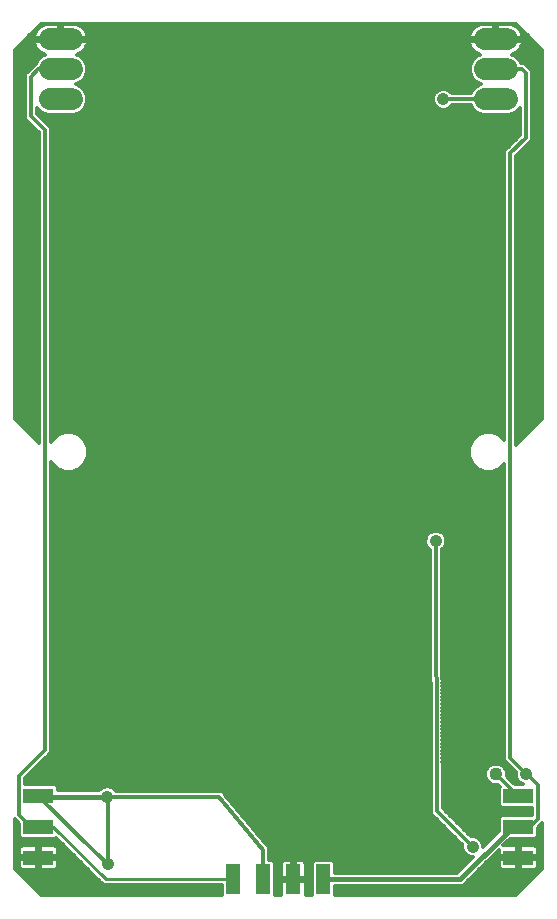
<source format=gbl>
G75*
%MOIN*%
%OFA0B0*%
%FSLAX25Y25*%
%IPPOS*%
%LPD*%
%AMOC8*
5,1,8,0,0,1.08239X$1,22.5*
%
%ADD10C,0.07400*%
%ADD11R,0.10000X0.05000*%
%ADD12R,0.05000X0.10000*%
%ADD13C,0.04165*%
%ADD14C,0.04362*%
%ADD15C,0.01200*%
%ADD16C,0.01600*%
%ADD17C,0.01000*%
D10*
X0030400Y0289100D02*
X0037800Y0289100D01*
X0037800Y0299100D02*
X0030400Y0299100D01*
X0030400Y0309100D02*
X0037800Y0309100D01*
X0175400Y0309100D02*
X0182800Y0309100D01*
X0182800Y0299100D02*
X0175400Y0299100D01*
X0175400Y0289100D02*
X0182800Y0289100D01*
D11*
X0186600Y0056850D03*
X0186600Y0046600D03*
X0186600Y0036350D03*
X0026600Y0036350D03*
X0026600Y0046600D03*
X0026600Y0056850D03*
D12*
X0091600Y0029100D03*
X0101600Y0029100D03*
X0111600Y0029100D03*
X0121600Y0029100D03*
D13*
X0144100Y0056600D03*
X0171295Y0040045D03*
X0171600Y0049100D03*
X0180350Y0029100D03*
X0189100Y0064100D03*
X0159050Y0141850D03*
X0157850Y0195350D03*
X0172850Y0196600D03*
X0161600Y0289100D03*
X0074100Y0277850D03*
X0069100Y0066600D03*
X0049602Y0056600D03*
X0049800Y0034400D03*
D14*
X0034100Y0030350D03*
X0179100Y0064100D03*
D15*
X0027511Y0023800D02*
X0018800Y0032511D01*
X0018800Y0049072D01*
X0020200Y0047672D01*
X0020200Y0043520D01*
X0021020Y0042700D01*
X0032180Y0042700D01*
X0032480Y0043000D01*
X0047166Y0028313D01*
X0048279Y0027200D01*
X0087700Y0027200D01*
X0087700Y0023800D01*
X0027511Y0023800D01*
X0027294Y0024017D02*
X0087700Y0024017D01*
X0087700Y0025215D02*
X0026096Y0025215D01*
X0024897Y0026414D02*
X0087700Y0026414D01*
X0100584Y0043193D02*
X0165318Y0043193D01*
X0164120Y0044392D02*
X0099585Y0044392D01*
X0098587Y0045590D02*
X0162921Y0045590D01*
X0161723Y0046789D02*
X0097588Y0046789D01*
X0096589Y0047987D02*
X0160524Y0047987D01*
X0159326Y0049186D02*
X0095590Y0049186D01*
X0094592Y0050384D02*
X0158127Y0050384D01*
X0157915Y0050596D02*
X0167812Y0040699D01*
X0167812Y0039352D01*
X0168342Y0038072D01*
X0169322Y0037092D01*
X0170602Y0036562D01*
X0171438Y0036562D01*
X0166176Y0031300D01*
X0125500Y0031300D01*
X0125500Y0034680D01*
X0124680Y0035500D01*
X0118520Y0035500D01*
X0117700Y0034680D01*
X0117700Y0023800D01*
X0115676Y0023800D01*
X0115700Y0023889D01*
X0115700Y0028500D01*
X0112200Y0028500D01*
X0112200Y0029700D01*
X0111000Y0029700D01*
X0111000Y0035700D01*
X0108889Y0035700D01*
X0108482Y0035591D01*
X0108118Y0035380D01*
X0107820Y0035082D01*
X0107609Y0034718D01*
X0107500Y0034311D01*
X0107500Y0029700D01*
X0111000Y0029700D01*
X0111000Y0028500D01*
X0107500Y0028500D01*
X0107500Y0023889D01*
X0107524Y0023800D01*
X0105500Y0023800D01*
X0105500Y0034680D01*
X0104680Y0035500D01*
X0103600Y0035500D01*
X0103600Y0038759D01*
X0103667Y0039494D01*
X0103600Y0039574D01*
X0103600Y0039678D01*
X0103078Y0040200D01*
X0088808Y0057324D01*
X0088808Y0057428D01*
X0088287Y0057950D01*
X0087814Y0058517D01*
X0087711Y0058526D01*
X0087637Y0058600D01*
X0086899Y0058600D01*
X0086164Y0058667D01*
X0086084Y0058600D01*
X0052527Y0058600D01*
X0051575Y0059552D01*
X0050295Y0060083D01*
X0048909Y0060083D01*
X0047629Y0059552D01*
X0046877Y0058800D01*
X0033000Y0058800D01*
X0033000Y0059930D01*
X0032180Y0060750D01*
X0022200Y0060750D01*
X0022200Y0062851D01*
X0029628Y0070280D01*
X0030800Y0071451D01*
X0030800Y0168356D01*
X0031005Y0167861D01*
X0032861Y0166005D01*
X0035287Y0165000D01*
X0037913Y0165000D01*
X0040339Y0166005D01*
X0042195Y0167861D01*
X0043200Y0170287D01*
X0043200Y0172913D01*
X0042195Y0175339D01*
X0040339Y0177195D01*
X0037913Y0178200D01*
X0035287Y0178200D01*
X0032861Y0177195D01*
X0031005Y0175339D01*
X0030800Y0174844D01*
X0030800Y0279590D01*
X0026100Y0284290D01*
X0026100Y0286188D01*
X0027511Y0284776D01*
X0029386Y0284000D01*
X0038814Y0284000D01*
X0040689Y0284776D01*
X0042124Y0286211D01*
X0042900Y0288086D01*
X0042900Y0290114D01*
X0042124Y0291989D01*
X0040689Y0293424D01*
X0039056Y0294100D01*
X0040689Y0294776D01*
X0042124Y0296211D01*
X0042900Y0298086D01*
X0042900Y0300114D01*
X0042124Y0301989D01*
X0040689Y0303424D01*
X0039279Y0304008D01*
X0039834Y0304188D01*
X0040578Y0304567D01*
X0041253Y0305057D01*
X0041843Y0305647D01*
X0042333Y0306322D01*
X0042712Y0307066D01*
X0042969Y0307859D01*
X0043087Y0308600D01*
X0034600Y0308600D01*
X0034600Y0309600D01*
X0033600Y0309600D01*
X0033600Y0314400D01*
X0029983Y0314400D01*
X0029159Y0314269D01*
X0028366Y0314012D01*
X0027622Y0313633D01*
X0026947Y0313143D01*
X0026357Y0312553D01*
X0025867Y0311878D01*
X0025488Y0311134D01*
X0025230Y0310341D01*
X0025113Y0309600D01*
X0033600Y0309600D01*
X0033600Y0308600D01*
X0025113Y0308600D01*
X0025230Y0307859D01*
X0025488Y0307066D01*
X0025867Y0306322D01*
X0026357Y0305647D01*
X0026947Y0305057D01*
X0027622Y0304567D01*
X0028366Y0304188D01*
X0028921Y0304008D01*
X0027511Y0303424D01*
X0026076Y0301989D01*
X0025663Y0300992D01*
X0022100Y0297428D01*
X0022100Y0282633D01*
X0026800Y0277933D01*
X0026800Y0174511D01*
X0018800Y0182511D01*
X0018800Y0305689D01*
X0027511Y0314400D01*
X0185689Y0314400D01*
X0194400Y0305689D01*
X0194400Y0182511D01*
X0185900Y0174011D01*
X0185900Y0270272D01*
X0189928Y0274300D01*
X0191100Y0275472D01*
X0191100Y0298678D01*
X0189928Y0299850D01*
X0189850Y0299928D01*
X0188678Y0301100D01*
X0187492Y0301100D01*
X0187124Y0301989D01*
X0185689Y0303424D01*
X0184279Y0304008D01*
X0184834Y0304188D01*
X0185578Y0304567D01*
X0186253Y0305057D01*
X0186843Y0305647D01*
X0187333Y0306322D01*
X0187712Y0307066D01*
X0187969Y0307859D01*
X0188087Y0308600D01*
X0179600Y0308600D01*
X0179600Y0309600D01*
X0178600Y0309600D01*
X0178600Y0314400D01*
X0174983Y0314400D01*
X0174159Y0314269D01*
X0173366Y0314012D01*
X0172622Y0313633D01*
X0171947Y0313143D01*
X0171357Y0312553D01*
X0170867Y0311878D01*
X0170488Y0311134D01*
X0170230Y0310341D01*
X0170113Y0309600D01*
X0178600Y0309600D01*
X0178600Y0308600D01*
X0170113Y0308600D01*
X0170230Y0307859D01*
X0170488Y0307066D01*
X0170867Y0306322D01*
X0171357Y0305647D01*
X0171947Y0305057D01*
X0172622Y0304567D01*
X0173366Y0304188D01*
X0173921Y0304008D01*
X0172511Y0303424D01*
X0171076Y0301989D01*
X0170300Y0300114D01*
X0170300Y0298086D01*
X0171076Y0296211D01*
X0172511Y0294776D01*
X0174144Y0294100D01*
X0172511Y0293424D01*
X0171076Y0291989D01*
X0170708Y0291100D01*
X0164525Y0291100D01*
X0163573Y0292052D01*
X0162293Y0292583D01*
X0160907Y0292583D01*
X0159627Y0292052D01*
X0158648Y0291073D01*
X0158117Y0289793D01*
X0158117Y0288407D01*
X0158648Y0287127D01*
X0159627Y0286148D01*
X0160907Y0285617D01*
X0162293Y0285617D01*
X0163573Y0286148D01*
X0164525Y0287100D01*
X0170708Y0287100D01*
X0171076Y0286211D01*
X0172511Y0284776D01*
X0174386Y0284000D01*
X0183814Y0284000D01*
X0185689Y0284776D01*
X0187100Y0286188D01*
X0187100Y0277128D01*
X0183072Y0273100D01*
X0181900Y0271928D01*
X0181900Y0175634D01*
X0180339Y0177195D01*
X0177913Y0178200D01*
X0175287Y0178200D01*
X0172861Y0177195D01*
X0171005Y0175339D01*
X0170000Y0172913D01*
X0170000Y0170287D01*
X0171005Y0167861D01*
X0172861Y0166005D01*
X0175287Y0165000D01*
X0177913Y0165000D01*
X0180339Y0166005D01*
X0181900Y0167566D01*
X0181900Y0068772D01*
X0185694Y0064978D01*
X0185617Y0064793D01*
X0185617Y0063407D01*
X0186148Y0062127D01*
X0187127Y0061148D01*
X0188087Y0060750D01*
X0185528Y0060750D01*
X0183600Y0062678D01*
X0182681Y0063597D01*
X0182681Y0064812D01*
X0182136Y0066129D01*
X0181129Y0067136D01*
X0179812Y0067681D01*
X0178388Y0067681D01*
X0177071Y0067136D01*
X0176064Y0066129D01*
X0175519Y0064812D01*
X0175519Y0063388D01*
X0176064Y0062071D01*
X0177071Y0061064D01*
X0178388Y0060519D01*
X0179812Y0060519D01*
X0179841Y0060531D01*
X0180321Y0060051D01*
X0180200Y0059930D01*
X0180200Y0053770D01*
X0181020Y0052950D01*
X0191000Y0052950D01*
X0191000Y0050500D01*
X0181020Y0050500D01*
X0180200Y0049680D01*
X0180200Y0045324D01*
X0174778Y0039902D01*
X0174778Y0040738D01*
X0174247Y0042018D01*
X0173268Y0042997D01*
X0171988Y0043528D01*
X0170641Y0043528D01*
X0161324Y0052844D01*
X0161059Y0138934D01*
X0162002Y0139877D01*
X0162533Y0141157D01*
X0162533Y0142543D01*
X0162002Y0143823D01*
X0161023Y0144802D01*
X0159743Y0145333D01*
X0158357Y0145333D01*
X0157077Y0144802D01*
X0156098Y0143823D01*
X0155567Y0142543D01*
X0155567Y0141157D01*
X0156098Y0139877D01*
X0157059Y0138916D01*
X0157327Y0052008D01*
X0157327Y0051184D01*
X0157330Y0051182D01*
X0157330Y0051178D01*
X0157915Y0050596D01*
X0157327Y0051583D02*
X0093593Y0051583D01*
X0092594Y0052781D02*
X0157325Y0052781D01*
X0157321Y0053980D02*
X0091595Y0053980D01*
X0090597Y0055178D02*
X0157317Y0055178D01*
X0157314Y0056377D02*
X0089598Y0056377D01*
X0088662Y0057575D02*
X0157310Y0057575D01*
X0157306Y0058774D02*
X0052353Y0058774D01*
X0050561Y0059972D02*
X0157302Y0059972D01*
X0157299Y0061171D02*
X0022200Y0061171D01*
X0022200Y0062369D02*
X0157295Y0062369D01*
X0157291Y0063568D02*
X0022916Y0063568D01*
X0024115Y0064766D02*
X0157288Y0064766D01*
X0157284Y0065965D02*
X0025313Y0065965D01*
X0026512Y0067163D02*
X0157280Y0067163D01*
X0157277Y0068362D02*
X0027710Y0068362D01*
X0028909Y0069560D02*
X0157273Y0069560D01*
X0157269Y0070759D02*
X0030107Y0070759D01*
X0030800Y0071957D02*
X0157266Y0071957D01*
X0157262Y0073156D02*
X0030800Y0073156D01*
X0030800Y0074354D02*
X0157258Y0074354D01*
X0157254Y0075553D02*
X0030800Y0075553D01*
X0030800Y0076751D02*
X0157251Y0076751D01*
X0157247Y0077950D02*
X0030800Y0077950D01*
X0030800Y0079148D02*
X0157243Y0079148D01*
X0157240Y0080347D02*
X0030800Y0080347D01*
X0030800Y0081545D02*
X0157236Y0081545D01*
X0157232Y0082744D02*
X0030800Y0082744D01*
X0030800Y0083942D02*
X0157229Y0083942D01*
X0157225Y0085141D02*
X0030800Y0085141D01*
X0030800Y0086339D02*
X0157221Y0086339D01*
X0157217Y0087538D02*
X0030800Y0087538D01*
X0030800Y0088737D02*
X0157214Y0088737D01*
X0157210Y0089935D02*
X0030800Y0089935D01*
X0030800Y0091134D02*
X0157206Y0091134D01*
X0157203Y0092332D02*
X0030800Y0092332D01*
X0030800Y0093531D02*
X0157199Y0093531D01*
X0157195Y0094729D02*
X0030800Y0094729D01*
X0030800Y0095928D02*
X0157192Y0095928D01*
X0157188Y0097126D02*
X0030800Y0097126D01*
X0030800Y0098325D02*
X0157184Y0098325D01*
X0157181Y0099523D02*
X0030800Y0099523D01*
X0030800Y0100722D02*
X0157177Y0100722D01*
X0157173Y0101920D02*
X0030800Y0101920D01*
X0030800Y0103119D02*
X0157169Y0103119D01*
X0157166Y0104317D02*
X0030800Y0104317D01*
X0030800Y0105516D02*
X0157162Y0105516D01*
X0157158Y0106714D02*
X0030800Y0106714D01*
X0030800Y0107913D02*
X0157155Y0107913D01*
X0157151Y0109111D02*
X0030800Y0109111D01*
X0030800Y0110310D02*
X0157147Y0110310D01*
X0157144Y0111508D02*
X0030800Y0111508D01*
X0030800Y0112707D02*
X0157140Y0112707D01*
X0157136Y0113905D02*
X0030800Y0113905D01*
X0030800Y0115104D02*
X0157132Y0115104D01*
X0157129Y0116302D02*
X0030800Y0116302D01*
X0030800Y0117501D02*
X0157125Y0117501D01*
X0157121Y0118699D02*
X0030800Y0118699D01*
X0030800Y0119898D02*
X0157118Y0119898D01*
X0157114Y0121096D02*
X0030800Y0121096D01*
X0030800Y0122295D02*
X0157110Y0122295D01*
X0157107Y0123493D02*
X0030800Y0123493D01*
X0030800Y0124692D02*
X0157103Y0124692D01*
X0157099Y0125890D02*
X0030800Y0125890D01*
X0030800Y0127089D02*
X0157096Y0127089D01*
X0157092Y0128287D02*
X0030800Y0128287D01*
X0030800Y0129486D02*
X0157088Y0129486D01*
X0157084Y0130684D02*
X0030800Y0130684D01*
X0030800Y0131883D02*
X0157081Y0131883D01*
X0157077Y0133081D02*
X0030800Y0133081D01*
X0030800Y0134280D02*
X0157073Y0134280D01*
X0157070Y0135478D02*
X0030800Y0135478D01*
X0030800Y0136677D02*
X0157066Y0136677D01*
X0157062Y0137875D02*
X0030800Y0137875D01*
X0030800Y0139074D02*
X0156901Y0139074D01*
X0155934Y0140272D02*
X0030800Y0140272D01*
X0030800Y0141471D02*
X0155567Y0141471D01*
X0155620Y0142670D02*
X0030800Y0142670D01*
X0030800Y0143868D02*
X0156143Y0143868D01*
X0157715Y0145067D02*
X0030800Y0145067D01*
X0030800Y0146265D02*
X0181900Y0146265D01*
X0181900Y0145067D02*
X0160385Y0145067D01*
X0161957Y0143868D02*
X0181900Y0143868D01*
X0181900Y0142670D02*
X0162480Y0142670D01*
X0162533Y0141471D02*
X0181900Y0141471D01*
X0181900Y0140272D02*
X0162166Y0140272D01*
X0161199Y0139074D02*
X0181900Y0139074D01*
X0181900Y0137875D02*
X0161062Y0137875D01*
X0161066Y0136677D02*
X0181900Y0136677D01*
X0181900Y0135478D02*
X0161070Y0135478D01*
X0161073Y0134280D02*
X0181900Y0134280D01*
X0181900Y0133081D02*
X0161077Y0133081D01*
X0161081Y0131883D02*
X0181900Y0131883D01*
X0181900Y0130684D02*
X0161084Y0130684D01*
X0161088Y0129486D02*
X0181900Y0129486D01*
X0181900Y0128287D02*
X0161092Y0128287D01*
X0161096Y0127089D02*
X0181900Y0127089D01*
X0181900Y0125890D02*
X0161099Y0125890D01*
X0161103Y0124692D02*
X0181900Y0124692D01*
X0181900Y0123493D02*
X0161107Y0123493D01*
X0161110Y0122295D02*
X0181900Y0122295D01*
X0181900Y0121096D02*
X0161114Y0121096D01*
X0161118Y0119898D02*
X0181900Y0119898D01*
X0181900Y0118699D02*
X0161121Y0118699D01*
X0161125Y0117501D02*
X0181900Y0117501D01*
X0181900Y0116302D02*
X0161129Y0116302D01*
X0161132Y0115104D02*
X0181900Y0115104D01*
X0181900Y0113905D02*
X0161136Y0113905D01*
X0161140Y0112707D02*
X0181900Y0112707D01*
X0181900Y0111508D02*
X0161144Y0111508D01*
X0161147Y0110310D02*
X0181900Y0110310D01*
X0181900Y0109111D02*
X0161151Y0109111D01*
X0161155Y0107913D02*
X0181900Y0107913D01*
X0181900Y0106714D02*
X0161158Y0106714D01*
X0161162Y0105516D02*
X0181900Y0105516D01*
X0181900Y0104317D02*
X0161166Y0104317D01*
X0161169Y0103119D02*
X0181900Y0103119D01*
X0181900Y0101920D02*
X0161173Y0101920D01*
X0161177Y0100722D02*
X0181900Y0100722D01*
X0181900Y0099523D02*
X0161181Y0099523D01*
X0161184Y0098325D02*
X0181900Y0098325D01*
X0181900Y0097126D02*
X0161188Y0097126D01*
X0161192Y0095928D02*
X0181900Y0095928D01*
X0181900Y0094729D02*
X0161195Y0094729D01*
X0161199Y0093531D02*
X0181900Y0093531D01*
X0181900Y0092332D02*
X0161203Y0092332D01*
X0161206Y0091134D02*
X0181900Y0091134D01*
X0181900Y0089935D02*
X0161210Y0089935D01*
X0161214Y0088737D02*
X0181900Y0088737D01*
X0181900Y0087538D02*
X0161218Y0087538D01*
X0161221Y0086339D02*
X0181900Y0086339D01*
X0181900Y0085141D02*
X0161225Y0085141D01*
X0161229Y0083942D02*
X0181900Y0083942D01*
X0181900Y0082744D02*
X0161232Y0082744D01*
X0161236Y0081545D02*
X0181900Y0081545D01*
X0181900Y0080347D02*
X0161240Y0080347D01*
X0161243Y0079148D02*
X0181900Y0079148D01*
X0181900Y0077950D02*
X0161247Y0077950D01*
X0161251Y0076751D02*
X0181900Y0076751D01*
X0181900Y0075553D02*
X0161254Y0075553D01*
X0161258Y0074354D02*
X0181900Y0074354D01*
X0181900Y0073156D02*
X0161262Y0073156D01*
X0161266Y0071957D02*
X0181900Y0071957D01*
X0181900Y0070759D02*
X0161269Y0070759D01*
X0161273Y0069560D02*
X0181900Y0069560D01*
X0182310Y0068362D02*
X0161277Y0068362D01*
X0161280Y0067163D02*
X0177138Y0067163D01*
X0175996Y0065965D02*
X0161284Y0065965D01*
X0161288Y0064766D02*
X0175519Y0064766D01*
X0175519Y0063568D02*
X0161291Y0063568D01*
X0161295Y0062369D02*
X0175941Y0062369D01*
X0176965Y0061171D02*
X0161299Y0061171D01*
X0161303Y0059972D02*
X0180242Y0059972D01*
X0180200Y0058774D02*
X0161306Y0058774D01*
X0161310Y0057575D02*
X0180200Y0057575D01*
X0180200Y0056377D02*
X0161314Y0056377D01*
X0161317Y0055178D02*
X0180200Y0055178D01*
X0180200Y0053980D02*
X0161321Y0053980D01*
X0161387Y0052781D02*
X0191000Y0052781D01*
X0191000Y0051583D02*
X0162586Y0051583D01*
X0163784Y0050384D02*
X0180904Y0050384D01*
X0180200Y0049186D02*
X0164983Y0049186D01*
X0166181Y0047987D02*
X0180200Y0047987D01*
X0180200Y0046789D02*
X0167380Y0046789D01*
X0168578Y0045590D02*
X0180200Y0045590D01*
X0179268Y0044392D02*
X0169777Y0044392D01*
X0172795Y0043193D02*
X0178069Y0043193D01*
X0176871Y0041995D02*
X0174257Y0041995D01*
X0174753Y0040796D02*
X0175672Y0040796D01*
X0171295Y0040045D02*
X0159327Y0052013D01*
X0159050Y0141850D01*
X0174222Y0165441D02*
X0038978Y0165441D01*
X0040974Y0166640D02*
X0172226Y0166640D01*
X0171028Y0167838D02*
X0042172Y0167838D01*
X0042682Y0169037D02*
X0170518Y0169037D01*
X0170021Y0170235D02*
X0043178Y0170235D01*
X0043200Y0171434D02*
X0170000Y0171434D01*
X0170000Y0172632D02*
X0043200Y0172632D01*
X0042820Y0173831D02*
X0170380Y0173831D01*
X0170877Y0175029D02*
X0042323Y0175029D01*
X0041306Y0176228D02*
X0171894Y0176228D01*
X0173419Y0177426D02*
X0039781Y0177426D01*
X0033419Y0177426D02*
X0030800Y0177426D01*
X0030800Y0176228D02*
X0031894Y0176228D01*
X0030877Y0175029D02*
X0030800Y0175029D01*
X0030800Y0178625D02*
X0181900Y0178625D01*
X0181900Y0179823D02*
X0030800Y0179823D01*
X0030800Y0181022D02*
X0181900Y0181022D01*
X0181900Y0182220D02*
X0030800Y0182220D01*
X0030800Y0183419D02*
X0181900Y0183419D01*
X0181900Y0184617D02*
X0030800Y0184617D01*
X0030800Y0185816D02*
X0181900Y0185816D01*
X0181900Y0187014D02*
X0030800Y0187014D01*
X0030800Y0188213D02*
X0181900Y0188213D01*
X0181900Y0189411D02*
X0030800Y0189411D01*
X0030800Y0190610D02*
X0181900Y0190610D01*
X0181900Y0191808D02*
X0030800Y0191808D01*
X0030800Y0193007D02*
X0181900Y0193007D01*
X0181900Y0194205D02*
X0030800Y0194205D01*
X0030800Y0195404D02*
X0181900Y0195404D01*
X0181900Y0196603D02*
X0030800Y0196603D01*
X0030800Y0197801D02*
X0181900Y0197801D01*
X0181900Y0199000D02*
X0030800Y0199000D01*
X0030800Y0200198D02*
X0181900Y0200198D01*
X0181900Y0201397D02*
X0030800Y0201397D01*
X0030800Y0202595D02*
X0181900Y0202595D01*
X0181900Y0203794D02*
X0030800Y0203794D01*
X0030800Y0204992D02*
X0181900Y0204992D01*
X0181900Y0206191D02*
X0030800Y0206191D01*
X0030800Y0207389D02*
X0181900Y0207389D01*
X0181900Y0208588D02*
X0030800Y0208588D01*
X0030800Y0209786D02*
X0181900Y0209786D01*
X0181900Y0210985D02*
X0030800Y0210985D01*
X0030800Y0212183D02*
X0181900Y0212183D01*
X0181900Y0213382D02*
X0030800Y0213382D01*
X0030800Y0214580D02*
X0181900Y0214580D01*
X0181900Y0215779D02*
X0030800Y0215779D01*
X0030800Y0216977D02*
X0181900Y0216977D01*
X0181900Y0218176D02*
X0030800Y0218176D01*
X0030800Y0219374D02*
X0181900Y0219374D01*
X0181900Y0220573D02*
X0030800Y0220573D01*
X0030800Y0221771D02*
X0181900Y0221771D01*
X0181900Y0222970D02*
X0030800Y0222970D01*
X0030800Y0224168D02*
X0181900Y0224168D01*
X0181900Y0225367D02*
X0030800Y0225367D01*
X0030800Y0226565D02*
X0181900Y0226565D01*
X0181900Y0227764D02*
X0030800Y0227764D01*
X0030800Y0228962D02*
X0181900Y0228962D01*
X0181900Y0230161D02*
X0030800Y0230161D01*
X0030800Y0231359D02*
X0181900Y0231359D01*
X0181900Y0232558D02*
X0030800Y0232558D01*
X0030800Y0233756D02*
X0181900Y0233756D01*
X0181900Y0234955D02*
X0030800Y0234955D01*
X0030800Y0236153D02*
X0181900Y0236153D01*
X0181900Y0237352D02*
X0030800Y0237352D01*
X0030800Y0238550D02*
X0181900Y0238550D01*
X0181900Y0239749D02*
X0030800Y0239749D01*
X0030800Y0240947D02*
X0181900Y0240947D01*
X0181900Y0242146D02*
X0030800Y0242146D01*
X0030800Y0243344D02*
X0181900Y0243344D01*
X0181900Y0244543D02*
X0030800Y0244543D01*
X0030800Y0245741D02*
X0181900Y0245741D01*
X0181900Y0246940D02*
X0030800Y0246940D01*
X0030800Y0248139D02*
X0181900Y0248139D01*
X0181900Y0249337D02*
X0030800Y0249337D01*
X0030800Y0250536D02*
X0181900Y0250536D01*
X0181900Y0251734D02*
X0030800Y0251734D01*
X0030800Y0252933D02*
X0181900Y0252933D01*
X0181900Y0254131D02*
X0030800Y0254131D01*
X0030800Y0255330D02*
X0181900Y0255330D01*
X0181900Y0256528D02*
X0030800Y0256528D01*
X0030800Y0257727D02*
X0181900Y0257727D01*
X0181900Y0258925D02*
X0030800Y0258925D01*
X0030800Y0260124D02*
X0181900Y0260124D01*
X0181900Y0261322D02*
X0030800Y0261322D01*
X0030800Y0262521D02*
X0181900Y0262521D01*
X0181900Y0263719D02*
X0030800Y0263719D01*
X0030800Y0264918D02*
X0181900Y0264918D01*
X0181900Y0266116D02*
X0030800Y0266116D01*
X0030800Y0267315D02*
X0181900Y0267315D01*
X0181900Y0268513D02*
X0030800Y0268513D01*
X0030800Y0269712D02*
X0181900Y0269712D01*
X0181900Y0270910D02*
X0030800Y0270910D01*
X0030800Y0272109D02*
X0182080Y0272109D01*
X0183279Y0273307D02*
X0030800Y0273307D01*
X0030800Y0274506D02*
X0184477Y0274506D01*
X0185676Y0275704D02*
X0030800Y0275704D01*
X0030800Y0276903D02*
X0186874Y0276903D01*
X0187100Y0278101D02*
X0030800Y0278101D01*
X0030800Y0279300D02*
X0187100Y0279300D01*
X0187100Y0280498D02*
X0029891Y0280498D01*
X0028693Y0281697D02*
X0187100Y0281697D01*
X0187100Y0282895D02*
X0027494Y0282895D01*
X0026296Y0284094D02*
X0029159Y0284094D01*
X0026995Y0285292D02*
X0026100Y0285292D01*
X0024100Y0283461D02*
X0024100Y0296600D01*
X0026600Y0299100D01*
X0034100Y0299100D01*
X0027358Y0303270D02*
X0018800Y0303270D01*
X0018800Y0302072D02*
X0026159Y0302072D01*
X0025545Y0300873D02*
X0018800Y0300873D01*
X0018800Y0299674D02*
X0024346Y0299674D01*
X0023148Y0298476D02*
X0018800Y0298476D01*
X0018800Y0297277D02*
X0022100Y0297277D01*
X0022100Y0296079D02*
X0018800Y0296079D01*
X0018800Y0294880D02*
X0022100Y0294880D01*
X0022100Y0293682D02*
X0018800Y0293682D01*
X0018800Y0292483D02*
X0022100Y0292483D01*
X0022100Y0291285D02*
X0018800Y0291285D01*
X0018800Y0290086D02*
X0022100Y0290086D01*
X0022100Y0288888D02*
X0018800Y0288888D01*
X0018800Y0287689D02*
X0022100Y0287689D01*
X0022100Y0286491D02*
X0018800Y0286491D01*
X0018800Y0285292D02*
X0022100Y0285292D01*
X0022100Y0284094D02*
X0018800Y0284094D01*
X0018800Y0282895D02*
X0022100Y0282895D01*
X0023036Y0281697D02*
X0018800Y0281697D01*
X0018800Y0280498D02*
X0024235Y0280498D01*
X0025433Y0279300D02*
X0018800Y0279300D01*
X0018800Y0278101D02*
X0026632Y0278101D01*
X0026800Y0276903D02*
X0018800Y0276903D01*
X0018800Y0275704D02*
X0026800Y0275704D01*
X0026800Y0274506D02*
X0018800Y0274506D01*
X0018800Y0273307D02*
X0026800Y0273307D01*
X0026800Y0272109D02*
X0018800Y0272109D01*
X0018800Y0270910D02*
X0026800Y0270910D01*
X0026800Y0269712D02*
X0018800Y0269712D01*
X0018800Y0268513D02*
X0026800Y0268513D01*
X0026800Y0267315D02*
X0018800Y0267315D01*
X0018800Y0266116D02*
X0026800Y0266116D01*
X0026800Y0264918D02*
X0018800Y0264918D01*
X0018800Y0263719D02*
X0026800Y0263719D01*
X0026800Y0262521D02*
X0018800Y0262521D01*
X0018800Y0261322D02*
X0026800Y0261322D01*
X0026800Y0260124D02*
X0018800Y0260124D01*
X0018800Y0258925D02*
X0026800Y0258925D01*
X0026800Y0257727D02*
X0018800Y0257727D01*
X0018800Y0256528D02*
X0026800Y0256528D01*
X0026800Y0255330D02*
X0018800Y0255330D01*
X0018800Y0254131D02*
X0026800Y0254131D01*
X0026800Y0252933D02*
X0018800Y0252933D01*
X0018800Y0251734D02*
X0026800Y0251734D01*
X0026800Y0250536D02*
X0018800Y0250536D01*
X0018800Y0249337D02*
X0026800Y0249337D01*
X0026800Y0248139D02*
X0018800Y0248139D01*
X0018800Y0246940D02*
X0026800Y0246940D01*
X0026800Y0245741D02*
X0018800Y0245741D01*
X0018800Y0244543D02*
X0026800Y0244543D01*
X0026800Y0243344D02*
X0018800Y0243344D01*
X0018800Y0242146D02*
X0026800Y0242146D01*
X0026800Y0240947D02*
X0018800Y0240947D01*
X0018800Y0239749D02*
X0026800Y0239749D01*
X0026800Y0238550D02*
X0018800Y0238550D01*
X0018800Y0237352D02*
X0026800Y0237352D01*
X0026800Y0236153D02*
X0018800Y0236153D01*
X0018800Y0234955D02*
X0026800Y0234955D01*
X0026800Y0233756D02*
X0018800Y0233756D01*
X0018800Y0232558D02*
X0026800Y0232558D01*
X0026800Y0231359D02*
X0018800Y0231359D01*
X0018800Y0230161D02*
X0026800Y0230161D01*
X0026800Y0228962D02*
X0018800Y0228962D01*
X0018800Y0227764D02*
X0026800Y0227764D01*
X0026800Y0226565D02*
X0018800Y0226565D01*
X0018800Y0225367D02*
X0026800Y0225367D01*
X0026800Y0224168D02*
X0018800Y0224168D01*
X0018800Y0222970D02*
X0026800Y0222970D01*
X0026800Y0221771D02*
X0018800Y0221771D01*
X0018800Y0220573D02*
X0026800Y0220573D01*
X0026800Y0219374D02*
X0018800Y0219374D01*
X0018800Y0218176D02*
X0026800Y0218176D01*
X0026800Y0216977D02*
X0018800Y0216977D01*
X0018800Y0215779D02*
X0026800Y0215779D01*
X0026800Y0214580D02*
X0018800Y0214580D01*
X0018800Y0213382D02*
X0026800Y0213382D01*
X0026800Y0212183D02*
X0018800Y0212183D01*
X0018800Y0210985D02*
X0026800Y0210985D01*
X0026800Y0209786D02*
X0018800Y0209786D01*
X0018800Y0208588D02*
X0026800Y0208588D01*
X0026800Y0207389D02*
X0018800Y0207389D01*
X0018800Y0206191D02*
X0026800Y0206191D01*
X0026800Y0204992D02*
X0018800Y0204992D01*
X0018800Y0203794D02*
X0026800Y0203794D01*
X0026800Y0202595D02*
X0018800Y0202595D01*
X0018800Y0201397D02*
X0026800Y0201397D01*
X0026800Y0200198D02*
X0018800Y0200198D01*
X0018800Y0199000D02*
X0026800Y0199000D01*
X0026800Y0197801D02*
X0018800Y0197801D01*
X0018800Y0196603D02*
X0026800Y0196603D01*
X0026800Y0195404D02*
X0018800Y0195404D01*
X0018800Y0194205D02*
X0026800Y0194205D01*
X0026800Y0193007D02*
X0018800Y0193007D01*
X0018800Y0191808D02*
X0026800Y0191808D01*
X0026800Y0190610D02*
X0018800Y0190610D01*
X0018800Y0189411D02*
X0026800Y0189411D01*
X0026800Y0188213D02*
X0018800Y0188213D01*
X0018800Y0187014D02*
X0026800Y0187014D01*
X0026800Y0185816D02*
X0018800Y0185816D01*
X0018800Y0184617D02*
X0026800Y0184617D01*
X0026800Y0183419D02*
X0018800Y0183419D01*
X0019091Y0182220D02*
X0026800Y0182220D01*
X0026800Y0181022D02*
X0020289Y0181022D01*
X0021488Y0179823D02*
X0026800Y0179823D01*
X0026800Y0178625D02*
X0022686Y0178625D01*
X0023885Y0177426D02*
X0026800Y0177426D01*
X0026800Y0176228D02*
X0025083Y0176228D01*
X0026282Y0175029D02*
X0026800Y0175029D01*
X0030800Y0167838D02*
X0031028Y0167838D01*
X0030800Y0166640D02*
X0032226Y0166640D01*
X0030800Y0165441D02*
X0034222Y0165441D01*
X0030800Y0164243D02*
X0181900Y0164243D01*
X0181900Y0165441D02*
X0178978Y0165441D01*
X0180974Y0166640D02*
X0181900Y0166640D01*
X0181900Y0163044D02*
X0030800Y0163044D01*
X0030800Y0161846D02*
X0181900Y0161846D01*
X0181900Y0160647D02*
X0030800Y0160647D01*
X0030800Y0159449D02*
X0181900Y0159449D01*
X0181900Y0158250D02*
X0030800Y0158250D01*
X0030800Y0157052D02*
X0181900Y0157052D01*
X0181900Y0155853D02*
X0030800Y0155853D01*
X0030800Y0154655D02*
X0181900Y0154655D01*
X0181900Y0153456D02*
X0030800Y0153456D01*
X0030800Y0152258D02*
X0181900Y0152258D01*
X0181900Y0151059D02*
X0030800Y0151059D01*
X0030800Y0149861D02*
X0181900Y0149861D01*
X0181900Y0148662D02*
X0030800Y0148662D01*
X0030800Y0147464D02*
X0181900Y0147464D01*
X0185900Y0175029D02*
X0186918Y0175029D01*
X0185900Y0176228D02*
X0188117Y0176228D01*
X0189315Y0177426D02*
X0185900Y0177426D01*
X0185900Y0178625D02*
X0190514Y0178625D01*
X0191712Y0179823D02*
X0185900Y0179823D01*
X0185900Y0181022D02*
X0192911Y0181022D01*
X0194109Y0182220D02*
X0185900Y0182220D01*
X0185900Y0183419D02*
X0194400Y0183419D01*
X0194400Y0184617D02*
X0185900Y0184617D01*
X0185900Y0185816D02*
X0194400Y0185816D01*
X0194400Y0187014D02*
X0185900Y0187014D01*
X0185900Y0188213D02*
X0194400Y0188213D01*
X0194400Y0189411D02*
X0185900Y0189411D01*
X0185900Y0190610D02*
X0194400Y0190610D01*
X0194400Y0191808D02*
X0185900Y0191808D01*
X0185900Y0193007D02*
X0194400Y0193007D01*
X0194400Y0194205D02*
X0185900Y0194205D01*
X0185900Y0195404D02*
X0194400Y0195404D01*
X0194400Y0196603D02*
X0185900Y0196603D01*
X0185900Y0197801D02*
X0194400Y0197801D01*
X0194400Y0199000D02*
X0185900Y0199000D01*
X0185900Y0200198D02*
X0194400Y0200198D01*
X0194400Y0201397D02*
X0185900Y0201397D01*
X0185900Y0202595D02*
X0194400Y0202595D01*
X0194400Y0203794D02*
X0185900Y0203794D01*
X0185900Y0204992D02*
X0194400Y0204992D01*
X0194400Y0206191D02*
X0185900Y0206191D01*
X0185900Y0207389D02*
X0194400Y0207389D01*
X0194400Y0208588D02*
X0185900Y0208588D01*
X0185900Y0209786D02*
X0194400Y0209786D01*
X0194400Y0210985D02*
X0185900Y0210985D01*
X0185900Y0212183D02*
X0194400Y0212183D01*
X0194400Y0213382D02*
X0185900Y0213382D01*
X0185900Y0214580D02*
X0194400Y0214580D01*
X0194400Y0215779D02*
X0185900Y0215779D01*
X0185900Y0216977D02*
X0194400Y0216977D01*
X0194400Y0218176D02*
X0185900Y0218176D01*
X0185900Y0219374D02*
X0194400Y0219374D01*
X0194400Y0220573D02*
X0185900Y0220573D01*
X0185900Y0221771D02*
X0194400Y0221771D01*
X0194400Y0222970D02*
X0185900Y0222970D01*
X0185900Y0224168D02*
X0194400Y0224168D01*
X0194400Y0225367D02*
X0185900Y0225367D01*
X0185900Y0226565D02*
X0194400Y0226565D01*
X0194400Y0227764D02*
X0185900Y0227764D01*
X0185900Y0228962D02*
X0194400Y0228962D01*
X0194400Y0230161D02*
X0185900Y0230161D01*
X0185900Y0231359D02*
X0194400Y0231359D01*
X0194400Y0232558D02*
X0185900Y0232558D01*
X0185900Y0233756D02*
X0194400Y0233756D01*
X0194400Y0234955D02*
X0185900Y0234955D01*
X0185900Y0236153D02*
X0194400Y0236153D01*
X0194400Y0237352D02*
X0185900Y0237352D01*
X0185900Y0238550D02*
X0194400Y0238550D01*
X0194400Y0239749D02*
X0185900Y0239749D01*
X0185900Y0240947D02*
X0194400Y0240947D01*
X0194400Y0242146D02*
X0185900Y0242146D01*
X0185900Y0243344D02*
X0194400Y0243344D01*
X0194400Y0244543D02*
X0185900Y0244543D01*
X0185900Y0245741D02*
X0194400Y0245741D01*
X0194400Y0246940D02*
X0185900Y0246940D01*
X0185900Y0248139D02*
X0194400Y0248139D01*
X0194400Y0249337D02*
X0185900Y0249337D01*
X0185900Y0250536D02*
X0194400Y0250536D01*
X0194400Y0251734D02*
X0185900Y0251734D01*
X0185900Y0252933D02*
X0194400Y0252933D01*
X0194400Y0254131D02*
X0185900Y0254131D01*
X0185900Y0255330D02*
X0194400Y0255330D01*
X0194400Y0256528D02*
X0185900Y0256528D01*
X0185900Y0257727D02*
X0194400Y0257727D01*
X0194400Y0258925D02*
X0185900Y0258925D01*
X0185900Y0260124D02*
X0194400Y0260124D01*
X0194400Y0261322D02*
X0185900Y0261322D01*
X0185900Y0262521D02*
X0194400Y0262521D01*
X0194400Y0263719D02*
X0185900Y0263719D01*
X0185900Y0264918D02*
X0194400Y0264918D01*
X0194400Y0266116D02*
X0185900Y0266116D01*
X0185900Y0267315D02*
X0194400Y0267315D01*
X0194400Y0268513D02*
X0185900Y0268513D01*
X0185900Y0269712D02*
X0194400Y0269712D01*
X0194400Y0270910D02*
X0186539Y0270910D01*
X0187737Y0272109D02*
X0194400Y0272109D01*
X0194400Y0273307D02*
X0188936Y0273307D01*
X0190134Y0274506D02*
X0194400Y0274506D01*
X0194400Y0275704D02*
X0191100Y0275704D01*
X0191100Y0276903D02*
X0194400Y0276903D01*
X0194400Y0278101D02*
X0191100Y0278101D01*
X0191100Y0279300D02*
X0194400Y0279300D01*
X0194400Y0280498D02*
X0191100Y0280498D01*
X0191100Y0281697D02*
X0194400Y0281697D01*
X0194400Y0282895D02*
X0191100Y0282895D01*
X0191100Y0284094D02*
X0194400Y0284094D01*
X0194400Y0285292D02*
X0191100Y0285292D01*
X0191100Y0286491D02*
X0194400Y0286491D01*
X0194400Y0287689D02*
X0191100Y0287689D01*
X0191100Y0288888D02*
X0194400Y0288888D01*
X0194400Y0290086D02*
X0191100Y0290086D01*
X0191100Y0291285D02*
X0194400Y0291285D01*
X0194400Y0292483D02*
X0191100Y0292483D01*
X0191100Y0293682D02*
X0194400Y0293682D01*
X0194400Y0294880D02*
X0191100Y0294880D01*
X0191100Y0296079D02*
X0194400Y0296079D01*
X0194400Y0297277D02*
X0191100Y0297277D01*
X0191100Y0298476D02*
X0194400Y0298476D01*
X0194400Y0299674D02*
X0190104Y0299674D01*
X0188905Y0300873D02*
X0194400Y0300873D01*
X0194400Y0302072D02*
X0187041Y0302072D01*
X0185842Y0303270D02*
X0194400Y0303270D01*
X0194400Y0304469D02*
X0185384Y0304469D01*
X0186857Y0305667D02*
X0194400Y0305667D01*
X0193223Y0306866D02*
X0187610Y0306866D01*
X0188002Y0308064D02*
X0192025Y0308064D01*
X0190826Y0309263D02*
X0179600Y0309263D01*
X0179600Y0309600D02*
X0188087Y0309600D01*
X0187969Y0310341D01*
X0187712Y0311134D01*
X0187333Y0311878D01*
X0186843Y0312553D01*
X0186253Y0313143D01*
X0185578Y0313633D01*
X0184834Y0314012D01*
X0184041Y0314269D01*
X0183217Y0314400D01*
X0179600Y0314400D01*
X0179600Y0309600D01*
X0179600Y0310461D02*
X0178600Y0310461D01*
X0178600Y0309263D02*
X0034600Y0309263D01*
X0034600Y0309600D02*
X0043087Y0309600D01*
X0042969Y0310341D01*
X0042712Y0311134D01*
X0042333Y0311878D01*
X0041843Y0312553D01*
X0041253Y0313143D01*
X0040578Y0313633D01*
X0039834Y0314012D01*
X0039041Y0314269D01*
X0038217Y0314400D01*
X0034600Y0314400D01*
X0034600Y0309600D01*
X0034600Y0310461D02*
X0033600Y0310461D01*
X0033600Y0309263D02*
X0022374Y0309263D01*
X0023572Y0310461D02*
X0025270Y0310461D01*
X0025756Y0311660D02*
X0024771Y0311660D01*
X0025969Y0312858D02*
X0026663Y0312858D01*
X0027168Y0314057D02*
X0028504Y0314057D01*
X0033600Y0314057D02*
X0034600Y0314057D01*
X0034600Y0312858D02*
X0033600Y0312858D01*
X0033600Y0311660D02*
X0034600Y0311660D01*
X0039696Y0314057D02*
X0173504Y0314057D01*
X0171663Y0312858D02*
X0041537Y0312858D01*
X0042444Y0311660D02*
X0170756Y0311660D01*
X0170270Y0310461D02*
X0042930Y0310461D01*
X0043002Y0308064D02*
X0170198Y0308064D01*
X0170590Y0306866D02*
X0042610Y0306866D01*
X0041857Y0305667D02*
X0171343Y0305667D01*
X0172815Y0304469D02*
X0040384Y0304469D01*
X0040842Y0303270D02*
X0172358Y0303270D01*
X0171159Y0302072D02*
X0042041Y0302072D01*
X0042586Y0300873D02*
X0170614Y0300873D01*
X0170300Y0299674D02*
X0042900Y0299674D01*
X0042900Y0298476D02*
X0170300Y0298476D01*
X0170635Y0297277D02*
X0042565Y0297277D01*
X0041991Y0296079D02*
X0171209Y0296079D01*
X0172407Y0294880D02*
X0040793Y0294880D01*
X0040065Y0293682D02*
X0173135Y0293682D01*
X0171571Y0292483D02*
X0162532Y0292483D01*
X0160668Y0292483D02*
X0041629Y0292483D01*
X0042415Y0291285D02*
X0158860Y0291285D01*
X0158239Y0290086D02*
X0042900Y0290086D01*
X0042900Y0288888D02*
X0158117Y0288888D01*
X0158415Y0287689D02*
X0042736Y0287689D01*
X0042239Y0286491D02*
X0159284Y0286491D01*
X0161600Y0289100D02*
X0179100Y0289100D01*
X0184041Y0284094D02*
X0187100Y0284094D01*
X0187100Y0285292D02*
X0186205Y0285292D01*
X0189100Y0276300D02*
X0189100Y0297850D01*
X0187850Y0299100D01*
X0179100Y0299100D01*
X0170785Y0291285D02*
X0164340Y0291285D01*
X0163916Y0286491D02*
X0170961Y0286491D01*
X0171995Y0285292D02*
X0041205Y0285292D01*
X0039041Y0284094D02*
X0174159Y0284094D01*
X0183900Y0271100D02*
X0183900Y0069600D01*
X0189100Y0064400D01*
X0189100Y0064100D01*
X0189330Y0064100D01*
X0193000Y0060430D01*
X0193000Y0049200D01*
X0190400Y0046600D01*
X0186600Y0046600D01*
X0187200Y0040450D02*
X0187200Y0036950D01*
X0186000Y0036950D01*
X0186000Y0040450D01*
X0181548Y0040450D01*
X0183799Y0042700D01*
X0192180Y0042700D01*
X0193000Y0043520D01*
X0193000Y0046372D01*
X0194400Y0047772D01*
X0194400Y0032511D01*
X0185689Y0023800D01*
X0125500Y0023800D01*
X0125500Y0026900D01*
X0167999Y0026900D01*
X0180000Y0038901D01*
X0180000Y0036950D01*
X0186000Y0036950D01*
X0186000Y0035750D01*
X0187200Y0035750D01*
X0187200Y0036950D01*
X0193200Y0036950D01*
X0193200Y0039061D01*
X0193091Y0039468D01*
X0192880Y0039832D01*
X0192582Y0040130D01*
X0192218Y0040341D01*
X0191811Y0040450D01*
X0187200Y0040450D01*
X0187200Y0039598D02*
X0186000Y0039598D01*
X0186000Y0038399D02*
X0187200Y0038399D01*
X0187200Y0037201D02*
X0186000Y0037201D01*
X0186000Y0036002D02*
X0177101Y0036002D01*
X0178299Y0037201D02*
X0180000Y0037201D01*
X0180000Y0038399D02*
X0179498Y0038399D01*
X0180000Y0035750D02*
X0180000Y0033639D01*
X0180109Y0033232D01*
X0180320Y0032868D01*
X0180618Y0032570D01*
X0180982Y0032359D01*
X0181389Y0032250D01*
X0186000Y0032250D01*
X0186000Y0035750D01*
X0180000Y0035750D01*
X0180000Y0034803D02*
X0175902Y0034803D01*
X0174703Y0033605D02*
X0180009Y0033605D01*
X0180900Y0032406D02*
X0173505Y0032406D01*
X0172306Y0031208D02*
X0193097Y0031208D01*
X0192300Y0032406D02*
X0194295Y0032406D01*
X0194400Y0033605D02*
X0193191Y0033605D01*
X0193200Y0033639D02*
X0193200Y0035750D01*
X0187200Y0035750D01*
X0187200Y0032250D01*
X0191811Y0032250D01*
X0192218Y0032359D01*
X0192582Y0032570D01*
X0192880Y0032868D01*
X0193091Y0033232D01*
X0193200Y0033639D01*
X0193200Y0034803D02*
X0194400Y0034803D01*
X0194400Y0036002D02*
X0187200Y0036002D01*
X0187200Y0034803D02*
X0186000Y0034803D01*
X0186000Y0033605D02*
X0187200Y0033605D01*
X0187200Y0032406D02*
X0186000Y0032406D01*
X0190700Y0028811D02*
X0169909Y0028811D01*
X0168711Y0027612D02*
X0189501Y0027612D01*
X0188303Y0026414D02*
X0125500Y0026414D01*
X0125500Y0025215D02*
X0187104Y0025215D01*
X0185906Y0024017D02*
X0125500Y0024017D01*
X0125500Y0032406D02*
X0167282Y0032406D01*
X0168481Y0033605D02*
X0125500Y0033605D01*
X0125376Y0034803D02*
X0169679Y0034803D01*
X0170878Y0036002D02*
X0103600Y0036002D01*
X0103600Y0037201D02*
X0169214Y0037201D01*
X0168207Y0038399D02*
X0103600Y0038399D01*
X0103600Y0039598D02*
X0167812Y0039598D01*
X0167715Y0040796D02*
X0102582Y0040796D01*
X0101583Y0041995D02*
X0166517Y0041995D01*
X0171108Y0030009D02*
X0191898Y0030009D01*
X0193200Y0037201D02*
X0194400Y0037201D01*
X0194400Y0038399D02*
X0193200Y0038399D01*
X0193016Y0039598D02*
X0194400Y0039598D01*
X0194400Y0040796D02*
X0181895Y0040796D01*
X0183093Y0041995D02*
X0194400Y0041995D01*
X0194400Y0043193D02*
X0192673Y0043193D01*
X0193000Y0044392D02*
X0194400Y0044392D01*
X0194400Y0045590D02*
X0193000Y0045590D01*
X0193417Y0046789D02*
X0194400Y0046789D01*
X0186600Y0056850D02*
X0181600Y0061850D01*
X0181350Y0061850D01*
X0179100Y0064100D01*
X0182204Y0065965D02*
X0184707Y0065965D01*
X0185617Y0064766D02*
X0182681Y0064766D01*
X0182711Y0063568D02*
X0185617Y0063568D01*
X0186047Y0062369D02*
X0183909Y0062369D01*
X0185108Y0061171D02*
X0187104Y0061171D01*
X0183508Y0067163D02*
X0181062Y0067163D01*
X0117824Y0034803D02*
X0115541Y0034803D01*
X0115591Y0034718D02*
X0115380Y0035082D01*
X0115082Y0035380D01*
X0114718Y0035591D01*
X0114311Y0035700D01*
X0112200Y0035700D01*
X0112200Y0029700D01*
X0115700Y0029700D01*
X0115700Y0034311D01*
X0115591Y0034718D01*
X0115700Y0033605D02*
X0117700Y0033605D01*
X0117700Y0032406D02*
X0115700Y0032406D01*
X0115700Y0031208D02*
X0117700Y0031208D01*
X0117700Y0030009D02*
X0115700Y0030009D01*
X0117700Y0028811D02*
X0112200Y0028811D01*
X0112200Y0030009D02*
X0111000Y0030009D01*
X0111000Y0028811D02*
X0105500Y0028811D01*
X0105500Y0030009D02*
X0107500Y0030009D01*
X0107500Y0031208D02*
X0105500Y0031208D01*
X0105500Y0032406D02*
X0107500Y0032406D01*
X0107500Y0033605D02*
X0105500Y0033605D01*
X0105376Y0034803D02*
X0107659Y0034803D01*
X0111000Y0034803D02*
X0112200Y0034803D01*
X0112200Y0033605D02*
X0111000Y0033605D01*
X0111000Y0032406D02*
X0112200Y0032406D01*
X0112200Y0031208D02*
X0111000Y0031208D01*
X0107500Y0027612D02*
X0105500Y0027612D01*
X0105500Y0026414D02*
X0107500Y0026414D01*
X0107500Y0025215D02*
X0105500Y0025215D01*
X0105500Y0024017D02*
X0107500Y0024017D01*
X0101600Y0029100D02*
X0101600Y0038850D01*
X0086808Y0056600D01*
X0049602Y0056600D01*
X0049800Y0056402D01*
X0049800Y0034400D01*
X0049800Y0034243D01*
X0045350Y0038100D01*
X0026600Y0056850D01*
X0032958Y0059972D02*
X0048643Y0059972D01*
X0034683Y0040796D02*
X0018800Y0040796D01*
X0018800Y0039598D02*
X0020184Y0039598D01*
X0020109Y0039468D02*
X0020000Y0039061D01*
X0020000Y0036950D01*
X0026000Y0036950D01*
X0026000Y0040450D01*
X0021389Y0040450D01*
X0020982Y0040341D01*
X0020618Y0040130D01*
X0020320Y0039832D01*
X0020109Y0039468D01*
X0020000Y0038399D02*
X0018800Y0038399D01*
X0018800Y0037201D02*
X0020000Y0037201D01*
X0020000Y0035750D02*
X0020000Y0033639D01*
X0020109Y0033232D01*
X0020320Y0032868D01*
X0020618Y0032570D01*
X0020982Y0032359D01*
X0021389Y0032250D01*
X0026000Y0032250D01*
X0026000Y0035750D01*
X0027200Y0035750D01*
X0027200Y0036950D01*
X0026000Y0036950D01*
X0026000Y0035750D01*
X0020000Y0035750D01*
X0020000Y0034803D02*
X0018800Y0034803D01*
X0018800Y0033605D02*
X0020009Y0033605D01*
X0020900Y0032406D02*
X0018905Y0032406D01*
X0020103Y0031208D02*
X0044271Y0031208D01*
X0043073Y0032406D02*
X0032300Y0032406D01*
X0032218Y0032359D02*
X0032582Y0032570D01*
X0032880Y0032868D01*
X0033091Y0033232D01*
X0033200Y0033639D01*
X0033200Y0035750D01*
X0027200Y0035750D01*
X0027200Y0032250D01*
X0031811Y0032250D01*
X0032218Y0032359D01*
X0033191Y0033605D02*
X0041874Y0033605D01*
X0040676Y0034803D02*
X0033200Y0034803D01*
X0033200Y0036950D02*
X0033200Y0039061D01*
X0033091Y0039468D01*
X0032880Y0039832D01*
X0032582Y0040130D01*
X0032218Y0040341D01*
X0031811Y0040450D01*
X0027200Y0040450D01*
X0027200Y0036950D01*
X0033200Y0036950D01*
X0033200Y0037201D02*
X0038279Y0037201D01*
X0037080Y0038399D02*
X0033200Y0038399D01*
X0033016Y0039598D02*
X0035882Y0039598D01*
X0033485Y0041995D02*
X0018800Y0041995D01*
X0018800Y0043193D02*
X0020527Y0043193D01*
X0020200Y0044392D02*
X0018800Y0044392D01*
X0018800Y0045590D02*
X0020200Y0045590D01*
X0020200Y0046789D02*
X0018800Y0046789D01*
X0018800Y0047987D02*
X0019884Y0047987D01*
X0020200Y0050500D02*
X0024100Y0046600D01*
X0026600Y0046600D01*
X0026000Y0039598D02*
X0027200Y0039598D01*
X0027200Y0038399D02*
X0026000Y0038399D01*
X0026000Y0037201D02*
X0027200Y0037201D01*
X0027200Y0036002D02*
X0039477Y0036002D01*
X0045470Y0030009D02*
X0021302Y0030009D01*
X0022500Y0028811D02*
X0046668Y0028811D01*
X0047867Y0027612D02*
X0023699Y0027612D01*
X0026000Y0032406D02*
X0027200Y0032406D01*
X0027200Y0033605D02*
X0026000Y0033605D01*
X0026000Y0034803D02*
X0027200Y0034803D01*
X0026000Y0036002D02*
X0018800Y0036002D01*
X0020200Y0050500D02*
X0020200Y0063680D01*
X0028800Y0072280D01*
X0028800Y0278761D01*
X0024100Y0283461D01*
X0027815Y0304469D02*
X0018800Y0304469D01*
X0018800Y0305667D02*
X0026343Y0305667D01*
X0025590Y0306866D02*
X0019977Y0306866D01*
X0021175Y0308064D02*
X0025198Y0308064D01*
X0178600Y0311660D02*
X0179600Y0311660D01*
X0179600Y0312858D02*
X0178600Y0312858D01*
X0178600Y0314057D02*
X0179600Y0314057D01*
X0184696Y0314057D02*
X0186032Y0314057D01*
X0186537Y0312858D02*
X0187231Y0312858D01*
X0187444Y0311660D02*
X0188429Y0311660D01*
X0187930Y0310461D02*
X0189628Y0310461D01*
X0189100Y0276300D02*
X0183900Y0271100D01*
X0181900Y0177426D02*
X0179781Y0177426D01*
X0181306Y0176228D02*
X0181900Y0176228D01*
X0117700Y0027612D02*
X0115700Y0027612D01*
X0115700Y0026414D02*
X0117700Y0026414D01*
X0117700Y0025215D02*
X0115700Y0025215D01*
X0115700Y0024017D02*
X0117700Y0024017D01*
D16*
X0121600Y0029100D02*
X0167087Y0029100D01*
X0183337Y0045350D01*
X0184969Y0046600D01*
X0186600Y0046600D01*
X0049602Y0056600D02*
X0026850Y0056600D01*
X0026600Y0056850D01*
D17*
X0026600Y0046600D02*
X0031566Y0046600D01*
X0049066Y0029100D01*
X0091600Y0029100D01*
M02*

</source>
